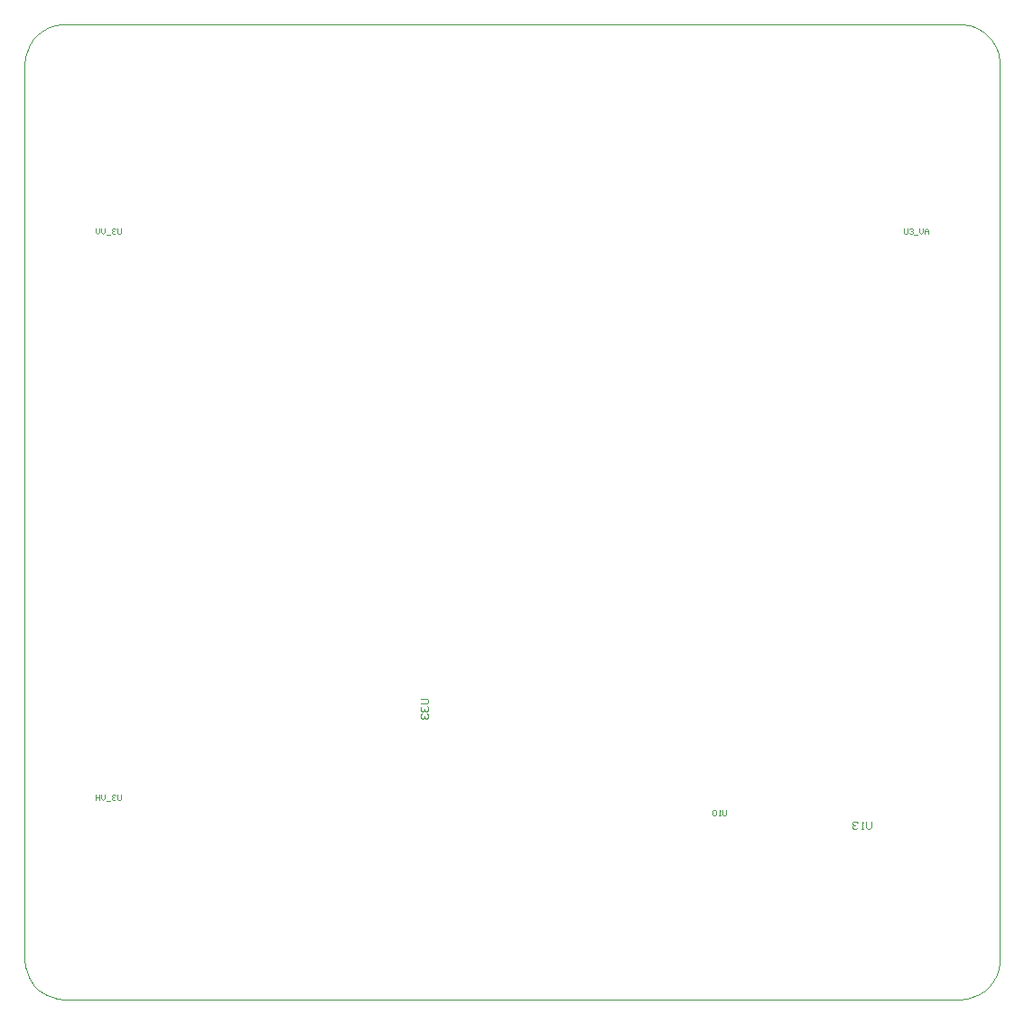
<source format=gm1>
G04*
G04 #@! TF.GenerationSoftware,Altium Limited,Altium Designer,21.6.4 (81)*
G04*
G04 Layer_Color=16711935*
%FSLAX25Y25*%
%MOIN*%
G70*
G04*
G04 #@! TF.SameCoordinates,FB766961-2115-4812-9BC3-E0D6EEC5A3F0*
G04*
G04*
G04 #@! TF.FilePolarity,Positive*
G04*
G01*
G75*
%ADD125C,0.00100*%
%ADD126C,0.00394*%
D125*
X445000Y100000D02*
X445981Y100032D01*
X446958Y100128D01*
X447926Y100288D01*
X448882Y100511D01*
X449822Y100796D01*
X450740Y101142D01*
X451634Y101547D01*
X452500Y102010D01*
X453334Y102528D01*
X454131Y103100D01*
X454890Y103722D01*
X455607Y104393D01*
X456278Y105110D01*
X456900Y105869D01*
X457472Y106666D01*
X457990Y107500D01*
X458453Y108366D01*
X458858Y109260D01*
X459204Y110178D01*
X459489Y111118D01*
X459712Y112074D01*
X459872Y113042D01*
X459968Y114019D01*
X460000Y115000D01*
Y445000D02*
X459968Y445981D01*
X459872Y446958D01*
X459712Y447926D01*
X459489Y448882D01*
X459204Y449822D01*
X458858Y450740D01*
X458453Y451634D01*
X457990Y452500D01*
X457472Y453334D01*
X456900Y454131D01*
X456278Y454890D01*
X455607Y455607D01*
X454890Y456278D01*
X454131Y456900D01*
X453334Y457472D01*
X452500Y457990D01*
X451634Y458453D01*
X450740Y458858D01*
X449822Y459204D01*
X448882Y459489D01*
X447926Y459712D01*
X446958Y459872D01*
X445981Y459968D01*
X445000Y460000D01*
X115000D02*
X114019Y459968D01*
X113042Y459872D01*
X112074Y459712D01*
X111118Y459489D01*
X110178Y459204D01*
X109260Y458858D01*
X108366Y458453D01*
X107500Y457990D01*
X106666Y457472D01*
X105869Y456900D01*
X105110Y456278D01*
X104393Y455607D01*
X103722Y454890D01*
X103100Y454131D01*
X102528Y453334D01*
X102010Y452500D01*
X101547Y451634D01*
X101142Y450740D01*
X100796Y449822D01*
X100511Y448882D01*
X100288Y447926D01*
X100128Y446958D01*
X100032Y445981D01*
X100000Y445000D01*
Y115000D02*
X100032Y114019D01*
X100128Y113042D01*
X100288Y112074D01*
X100511Y111118D01*
X100796Y110178D01*
X101142Y109260D01*
X101547Y108366D01*
X102010Y107500D01*
X102528Y106666D01*
X103100Y105869D01*
X103722Y105110D01*
X104393Y104393D01*
X105110Y103722D01*
X105869Y103100D01*
X106667Y102528D01*
X107500Y102010D01*
X108366Y101547D01*
X109260Y101142D01*
X110178Y100796D01*
X111118Y100511D01*
X112074Y100288D01*
X113042Y100128D01*
X114019Y100032D01*
X115000Y100000D01*
X115000Y100000D02*
X445000D01*
X115000Y460000D02*
X445000D01*
X460000Y115000D02*
Y445000D01*
X100000Y115000D02*
Y445000D01*
D126*
X246245Y211000D02*
X248541D01*
X249000Y210541D01*
Y209623D01*
X248541Y209163D01*
X246245D01*
X246704Y208245D02*
X246245Y207786D01*
Y206868D01*
X246704Y206408D01*
X247163D01*
X247622Y206868D01*
Y207327D01*
Y206868D01*
X248082Y206408D01*
X248541D01*
X249000Y206868D01*
Y207786D01*
X248541Y208245D01*
X246704Y205490D02*
X246245Y205031D01*
Y204112D01*
X246704Y203653D01*
X247163D01*
X247622Y204112D01*
Y204572D01*
Y204112D01*
X248082Y203653D01*
X248541D01*
X249000Y204112D01*
Y205031D01*
X248541Y205490D01*
X412500Y165755D02*
Y163459D01*
X412041Y163000D01*
X411123D01*
X410663Y163459D01*
Y165755D01*
X409745Y163000D02*
X408827D01*
X409286D01*
Y165755D01*
X409745Y165296D01*
X407449D02*
X406990Y165755D01*
X406072D01*
X405612Y165296D01*
Y164837D01*
X406072Y164377D01*
X406531D01*
X406072D01*
X405612Y163918D01*
Y163459D01*
X406072Y163000D01*
X406990D01*
X407449Y163459D01*
X135500Y384468D02*
Y382828D01*
X135172Y382500D01*
X134516D01*
X134188Y382828D01*
Y384468D01*
X133532Y384140D02*
X133204Y384468D01*
X132548D01*
X132220Y384140D01*
Y383812D01*
X132548Y383484D01*
X132876D01*
X132548D01*
X132220Y383156D01*
Y382828D01*
X132548Y382500D01*
X133204D01*
X133532Y382828D01*
X131564Y382172D02*
X130252D01*
X129596Y384468D02*
Y383156D01*
X128940Y382500D01*
X128285Y383156D01*
Y384468D01*
X127629D02*
Y383156D01*
X126973Y382500D01*
X126317Y383156D01*
Y384468D01*
X359000Y169968D02*
Y168328D01*
X358672Y168000D01*
X358016D01*
X357688Y168328D01*
Y169968D01*
X357032Y168000D02*
X356376D01*
X356704D01*
Y169968D01*
X357032Y169640D01*
X355392D02*
X355064Y169968D01*
X354408D01*
X354080Y169640D01*
Y168328D01*
X354408Y168000D01*
X355064D01*
X355392Y168328D01*
Y169640D01*
X424500Y384468D02*
Y382828D01*
X424828Y382500D01*
X425484D01*
X425812Y382828D01*
Y384468D01*
X426468Y384140D02*
X426796Y384468D01*
X427452D01*
X427780Y384140D01*
Y383812D01*
X427452Y383484D01*
X427124D01*
X427452D01*
X427780Y383156D01*
Y382828D01*
X427452Y382500D01*
X426796D01*
X426468Y382828D01*
X428436Y382172D02*
X429748D01*
X430404Y384468D02*
Y383156D01*
X431060Y382500D01*
X431715Y383156D01*
Y384468D01*
X432371Y382500D02*
Y383812D01*
X433027Y384468D01*
X433683Y383812D01*
Y382500D01*
Y383484D01*
X432371D01*
X135500Y175468D02*
Y173828D01*
X135172Y173500D01*
X134516D01*
X134188Y173828D01*
Y175468D01*
X133532Y175140D02*
X133204Y175468D01*
X132548D01*
X132220Y175140D01*
Y174812D01*
X132548Y174484D01*
X132876D01*
X132548D01*
X132220Y174156D01*
Y173828D01*
X132548Y173500D01*
X133204D01*
X133532Y173828D01*
X131564Y173172D02*
X130252D01*
X129596Y175468D02*
Y174156D01*
X128940Y173500D01*
X128285Y174156D01*
Y175468D01*
X127629D02*
Y173500D01*
Y174484D01*
X126317D01*
Y175468D01*
Y173500D01*
M02*

</source>
